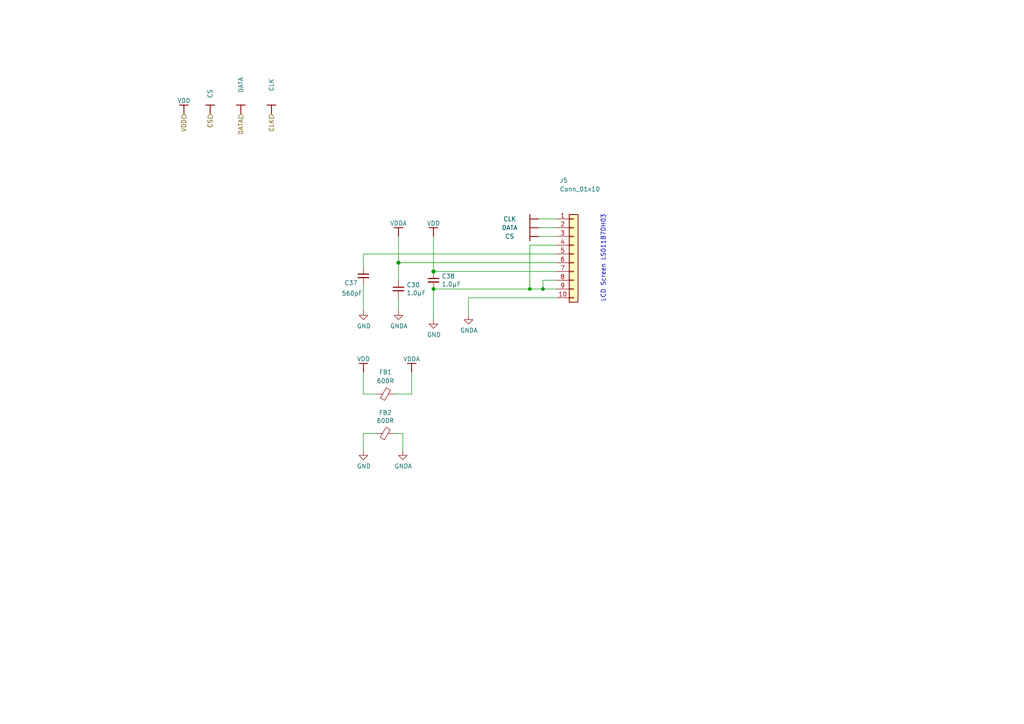
<source format=kicad_sch>
(kicad_sch (version 20250114) (generator "eeschema") (generator_version "9.0")
  (paper "A4")
  (lib_symbols
    (symbol "Connector_Generic:Conn_01x10" (pin_names (offset 1.016) (hide yes))
      (property "Reference" "J" (at 0 12.7 0))
      (property "Value" "Conn_01x10" (at 0 -15.24 0))
      (symbol "Conn_01x10_1_1"
        (rectangle (start -1.27 11.43) (end 1.27 -13.97) (stroke (width 0.254)) (fill (type background)))
        (rectangle (start -1.27 10.287) (end 0 10.033) (stroke (width 0.1524)))
        (rectangle (start -1.27 7.747) (end 0 7.493) (stroke (width 0.1524)))
        (rectangle (start -1.27 5.207) (end 0 4.953) (stroke (width 0.1524)))
        (rectangle (start -1.27 2.667) (end 0 2.413) (stroke (width 0.1524)))
        (rectangle (start -1.27 0.127) (end 0 -0.127) (stroke (width 0.1524)))
        (rectangle (start -1.27 -2.413) (end 0 -2.667) (stroke (width 0.1524)))
        (rectangle (start -1.27 -4.953) (end 0 -5.207) (stroke (width 0.1524)))
        (rectangle (start -1.27 -7.493) (end 0 -7.747) (stroke (width 0.1524)))
        (rectangle (start -1.27 -10.033) (end 0 -10.287) (stroke (width 0.1524)))
        (rectangle (start -1.27 -12.573) (end 0 -12.827) (stroke (width 0.1524)))
        (pin passive line (at -5.08 10.16 0) (length 3.81) (name "Pin_1") (number "1"))
        (pin passive line (at -5.08 7.62 0) (length 3.81) (name "Pin_2") (number "2"))
        (pin passive line (at -5.08 5.08 0) (length 3.81) (name "Pin_3") (number "3"))
        (pin passive line (at -5.08 2.54 0) (length 3.81) (name "Pin_4") (number "4"))
        (pin passive line (at -5.08 0 0) (length 3.81) (name "Pin_5") (number "5"))
        (pin passive line (at -5.08 -2.54 0) (length 3.81) (name "Pin_6") (number "6"))
        (pin passive line (at -5.08 -5.08 0) (length 3.81) (name "Pin_7") (number "7"))
        (pin passive line (at -5.08 -7.62 0) (length 3.81) (name "Pin_8") (number "8"))
        (pin passive line (at -5.08 -10.16 0) (length 3.81) (name "Pin_9") (number "9"))
        (pin passive line (at -5.08 -12.7 0) (length 3.81) (name "Pin_10") (number "10"))
      )
    )
    (symbol "Device:C_Small" (pin_numbers (hide yes)) (pin_names (offset 0.254) (hide yes))
      (property "Reference" "C" (at 0.254 1.778 0))
      (property "Value" "C_Small" (at 0.254 -2.032 0))
      (symbol "C_Small_0_1"
        (polyline (pts (xy -1.524 0.508) (xy 1.524 0.508)) (stroke (width 0.3048)))
        (polyline (pts (xy -1.524 -0.508) (xy 1.524 -0.508)) (stroke (width 0.3302)))
      )
      (symbol "C_Small_1_1"
        (pin passive line (at 0 2.54 270) (length 2.032) (name "~") (number "1"))
        (pin passive line (at 0 -2.54 90) (length 2.032) (name "~") (number "2"))
      )
    )
    (symbol "npm1100_caax_config1-altium-import:VBUS_BAR" (power)
      (property "Value" "VBUS" (at 0 -3.81 0))
      (symbol "VBUS_BAR_0_0"
        (polyline (pts (xy -1.27 -2.54) (xy 1.27 -2.54)) (stroke (width 0.254)))
        (polyline (pts (xy 0 0) (xy 0 -2.54)) (stroke (width 0.254)))
        (pin power_in line (at 0 0 0) (length 0) (hide yes) (name "VBUS") (number ""))
      )
    )
    (symbol "power:GND" (power) (pin_numbers (hide yes)) (pin_names (offset 0) (hide yes))
      (property "Value" "GND" (at 0 -3.81 0))
      (symbol "GND_0_1"
        (polyline (pts (xy 0 0) (xy 0 -1.27) (xy 1.27 -1.27) (xy 0 -2.54) (xy -1.27 -1.27) (xy 0 -1.27)))
      )
      (symbol "GND_1_1"
        (pin power_in line (at 0 0 270) (length 0) (name "~") (number "1"))
      )
    )
    (symbol "power:GNDA" (power) (pin_names (offset 0))
      (property "Value" "GNDA" (at 0 -3.81 0))
      (symbol "GNDA_0_1"
        (polyline (pts (xy 0 0) (xy 0 -1.27) (xy 1.27 -1.27) (xy 0 -2.54) (xy -1.27 -1.27) (xy 0 -1.27)))
      )
      (symbol "GNDA_1_1"
        (pin power_in line (at 0 0 270) (length 0) (hide yes) (name "GNDA") (number "1"))
      )
    )
    (symbol "sharp_memory_display-rescue:Ferrite_Bead_Small-Device" (pin_numbers (hide yes)) (pin_names (offset 0))
      (property "Reference" "FB" (at 1.905 1.27 0))
      (property "Value" "Ferrite_Bead_Small-Device" (at 1.905 -1.27 0))
      (symbol "Ferrite_Bead_Small-Device_0_1"
        (polyline (pts (xy -1.8288 0.2794) (xy -1.1176 1.4986) (xy 1.8288 -0.2032) (xy 1.1176 -1.4224) (xy -1.8288 0.2794)))
        (polyline (pts (xy 0 0.889) (xy 0 1.2954)))
        (polyline (pts (xy 0 -1.27) (xy 0 -0.7874)))
      )
      (symbol "Ferrite_Bead_Small-Device_1_1"
        (pin passive line (at 0 2.54 270) (length 1.27) (name "~") (number "1"))
        (pin passive line (at 0 -2.54 90) (length 1.27) (name "~") (number "2"))
      )
    )
  )
  (text "LCD Screen LS011B7DH03" (at 175.006 74.93 90) (effects (font (size 1.27 1.27))))
  (junction (at 153.67 83.82))
  (junction (at 125.73 83.82))
  (junction (at 115.57 76.2) (diameter 1.016))
  (junction (at 157.48 83.82))
  (junction (at 125.73 78.74) (diameter 1.016))
  (wire (pts (xy 153.67 71.12) (xy 153.67 83.82)))
  (wire (pts (xy 114.3 114.3) (xy 119.38 114.3)))
  (wire (pts (xy 153.67 83.82) (xy 157.48 83.82)))
  (wire (pts (xy 135.89 86.36) (xy 161.29 86.36)))
  (wire (pts (xy 157.48 83.82) (xy 161.29 83.82)))
  (wire (pts (xy 109.22 125.73) (xy 105.41 125.73)))
  (wire (pts (xy 153.67 71.12) (xy 161.29 71.12)))
  (wire (pts (xy 105.41 82.55) (xy 105.41 90.17)))
  (wire (pts (xy 125.73 83.82) (xy 125.73 92.71)))
  (wire (pts (xy 135.89 86.36) (xy 135.89 91.44)))
  (wire (pts (xy 161.29 66.04) (xy 156.21 66.04)))
  (wire (pts (xy 109.22 114.3) (xy 105.41 114.3)))
  (wire (pts (xy 161.29 68.58) (xy 156.21 68.58)))
  (wire (pts (xy 105.41 125.73) (xy 105.41 130.81)))
  (wire (pts (xy 115.57 81.28) (xy 115.57 76.2)))
  (wire (pts (xy 161.29 63.5) (xy 156.21 63.5)))
  (wire (pts (xy 105.41 73.66) (xy 161.29 73.66)))
  (wire (pts (xy 161.29 81.28) (xy 157.48 81.28)))
  (wire (pts (xy 119.38 114.3) (xy 119.38 107.95)))
  (wire (pts (xy 161.29 78.74) (xy 125.73 78.74)))
  (wire (pts (xy 114.3 125.73) (xy 116.84 125.73)))
  (wire (pts (xy 125.73 68.58) (xy 125.73 78.74)))
  (wire (pts (xy 105.41 77.47) (xy 105.41 73.66)))
  (wire (pts (xy 157.48 81.28) (xy 157.48 83.82)))
  (wire (pts (xy 161.29 76.2) (xy 115.57 76.2)))
  (wire (pts (xy 116.84 125.73) (xy 116.84 130.81)))
  (wire (pts (xy 115.57 68.58) (xy 115.57 76.2)))
  (wire (pts (xy 125.73 83.82) (xy 153.67 83.82)))
  (wire (pts (xy 115.57 86.36) (xy 115.57 90.17)))
  (wire (pts (xy 105.41 114.3) (xy 105.41 107.95)))
  (hierarchical_label "CS" (shape input) (at 60.96 33.02 270))
  (hierarchical_label "VDD" (shape input) (at 53.34 33.02 270))
  (hierarchical_label "CLK" (shape input) (at 78.74 33.02 270))
  (hierarchical_label "DATA" (shape input) (at 69.85 33.02 270))
  (symbol (lib_id "sharp_memory_display-rescue:Ferrite_Bead_Small-Device") (at 111.76 125.73 90) (unit 1)
    (property "Reference" "FB2" (at 111.76 119.7102 90))
    (property "Value" "600R" (at 111.76 122.0216 90))
    (property "Footprint" "Library:F_0603_1608" (effects (hide yes)))
    (property "LCSC" "C1002" (effects (hide yes)))
  )
  (symbol (lib_id "sharp_memory_display-rescue:Ferrite_Bead_Small-Device") (at 111.76 114.3 270) (unit 1)
    (property "Reference" "FB1" (at 111.7981 107.95 90))
    (property "Value" "600R" (at 111.7981 110.49 90))
    (property "Footprint" "Library:F_0603_1608" (effects (hide yes)))
    (property "LCSC" "C1002" (effects (hide yes)))
  )
  (symbol (lib_id "power:GND") (at 125.73 92.71 0) (unit 1)
    (property "Reference" "#PWR033" (effects (hide yes)))
    (property "Value" "GND" (at 125.857 97.1042 0))
  )
  (symbol (lib_id "power:GNDA") (at 135.89 91.44 0) (unit 1)
    (property "Reference" "#PWR031" (effects (hide yes)))
    (property "Value" "GNDA" (at 136.017 95.8342 0))
  )
  (symbol (lib_id "power:GNDA") (at 115.57 90.17 0) (unit 1)
    (property "Reference" "#PWR030" (effects (hide yes)))
    (property "Value" "GNDA" (at 115.697 94.5642 0))
  )
  (symbol (lib_id "Device:C_Small") (at 115.57 83.82 0) (unit 1)
    (property "Reference" "C30" (at 117.9068 82.6516 0) (effects (justify left)))
    (property "Value" "1.0µF" (at 117.9068 84.963 0) (effects (justify left)))
    (property "Footprint" "Library:C_0402_1005" (effects (hide yes)))
    (property "LCSC" "C52923" (effects (hide yes)))
  )
  (symbol (lib_id "power:GND") (at 105.41 90.17 0) (unit 1)
    (property "Reference" "#PWR029" (effects (hide yes)))
    (property "Value" "GND" (at 105.537 94.5642 0))
  )
  (symbol (lib_id "power:GND") (at 105.41 130.81 0) (unit 1)
    (property "Reference" "#PWR027" (effects (hide yes)))
    (property "Value" "GND" (at 105.537 135.2042 0))
  )
  (symbol (lib_id "power:GNDA") (at 116.84 130.81 0) (unit 1)
    (property "Reference" "#PWR028" (effects (hide yes)))
    (property "Value" "GNDA" (at 116.967 135.2042 0))
  )
  (symbol (lib_id "npm1100_caax_config1-altium-import:VBUS_BAR") (at 115.57 68.58 180) (unit 1)
    (property "Reference" "#PWR071" (effects (hide yes)))
    (property "Value" "VDDA" (at 115.57 64.77 0))
  )
  (symbol (lib_id "npm1100_caax_config1-altium-import:VBUS_BAR") (at 53.34 33.02 180) (unit 1)
    (property "Reference" "#PWR069" (effects (hide yes)))
    (property "Value" "VDD" (at 53.34 29.21 0))
  )
  (symbol (lib_id "npm1100_caax_config1-altium-import:VBUS_BAR") (at 78.74 33.02 180) (unit 1)
    (property "Reference" "#PWR078" (effects (hide yes)))
    (property "Value" "CLK" (at 78.74 24.638 90))
  )
  (symbol (lib_id "npm1100_caax_config1-altium-import:VBUS_BAR") (at 119.38 107.95 180) (unit 1)
    (property "Reference" "#PWR023" (effects (hide yes)))
    (property "Value" "VDDA" (at 119.38 104.14 0))
  )
  (symbol (lib_id "npm1100_caax_config1-altium-import:VBUS_BAR") (at 156.21 68.58 270) (unit 1)
    (property "Reference" "#PWR075" (effects (hide yes)))
    (property "Value" "CS" (at 147.828 68.58 90))
  )
  (symbol (lib_id "npm1100_caax_config1-altium-import:VBUS_BAR") (at 105.41 107.95 180) (unit 1)
    (property "Reference" "#PWR022" (effects (hide yes)))
    (property "Value" "VDD" (at 105.41 104.14 0))
  )
  (symbol (lib_id "Device:C_Small") (at 105.41 80.01 0) (unit 1)
    (property "Reference" "C37" (at 99.822 82.042 0) (effects (justify left)))
    (property "Value" "560pF" (at 99.06 85.09 0) (effects (justify left)))
    (property "Footprint" "Library:C_0402_1005" (effects (hide yes)))
    (property "LCSC" "C1539" (effects (hide yes)))
  )
  (symbol (lib_id "npm1100_caax_config1-altium-import:VBUS_BAR") (at 69.85 33.02 180) (unit 1)
    (property "Reference" "#PWR079" (effects (hide yes)))
    (property "Value" "DATA" (at 69.85 24.638 90))
  )
  (symbol (lib_id "npm1100_caax_config1-altium-import:VBUS_BAR") (at 156.21 66.04 270) (unit 1)
    (property "Reference" "#PWR076" (effects (hide yes)))
    (property "Value" "DATA" (at 147.828 66.04 90))
  )
  (symbol (lib_id "Connector_Generic:Conn_01x10") (at 166.37 73.66 0) (unit 1)
    (property "Reference" "J5" (at 162.306 52.324 0) (effects (justify left)))
    (property "Value" "Conn_01x10" (at 162.306 54.864 0) (effects (justify left)))
    (property "Footprint" "Hirose FH34SRJ-10S-0.5SH:CONN10x1_FH34SRJ-10S-0.5SH50_HIR" (effects (hide yes)))
    (property "LCSC" "C324723" (effects (hide yes)))
  )
  (symbol (lib_id "npm1100_caax_config1-altium-import:VBUS_BAR") (at 60.96 33.02 180) (unit 1)
    (property "Reference" "#PWR080" (effects (hide yes)))
    (property "Value" "CS" (at 60.96 27.178 90))
  )
  (symbol (lib_id "npm1100_caax_config1-altium-import:VBUS_BAR") (at 156.21 63.5 270) (unit 1)
    (property "Reference" "#PWR077" (effects (hide yes)))
    (property "Value" "CLK" (at 147.828 63.5 90))
  )
  (symbol (lib_id "Device:C_Small") (at 125.73 81.28 0) (unit 1)
    (property "Reference" "C38" (at 128.0668 80.1116 0) (effects (justify left)))
    (property "Value" "1.0µF" (at 128.0668 82.423 0) (effects (justify left)))
    (property "Footprint" "Library:C_0402_1005" (effects (hide yes)))
    (property "LCSC" "C52923" (effects (hide yes)))
  )
  (symbol (lib_id "npm1100_caax_config1-altium-import:VBUS_BAR") (at 125.73 68.58 180) (unit 1)
    (property "Reference" "#PWR025" (effects (hide yes)))
    (property "Value" "VDD" (at 125.73 64.77 0))
  )
)
</source>
